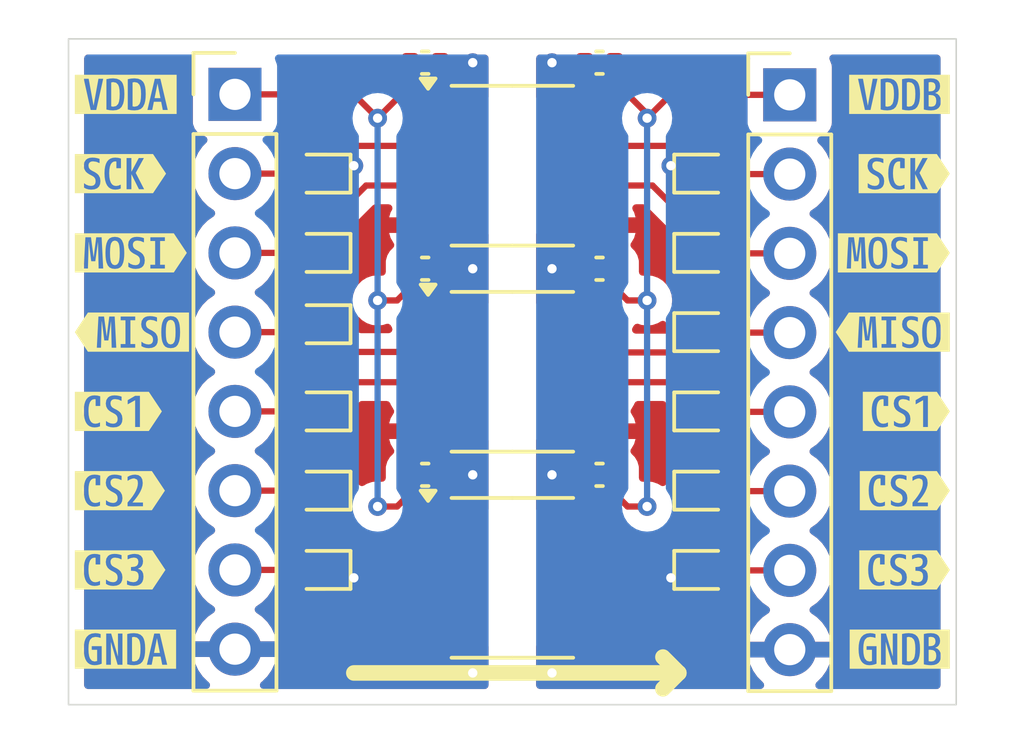
<source format=kicad_pcb>
(kicad_pcb (version 20240108) (generator "pcbnew") (generator_version "8.0")
  (layers (0 "F.Cu" signal) (31 "B.Cu" signal) (34 "B.Paste" user) (35 "F.Paste" user) (36 "B.SilkS" user "B.Silkscreen") (37 "F.SilkS" user "F.Silkscreen") (38 "B.Mask" user) (39 "F.Mask" user) (44 "Edge.Cuts" user))
  (net 0 "")
  (net 1 "VDD_{A}")
  (net 2 "GND_{A}")
  (net 3 "GND_{B}")
  (net 4 "VDD_{B}")
  (net 5 "SCK_{A}")
  (net 6 "MOSI_{A}")
  (net 7 "MISO_{A}")
  (net 8 "~{CS1_{A}}")
  (net 9 "~{CS2_{A}}")
  (net 10 "~{CS3_{A}}")
  (net 11 "SCK_{B}")
  (net 12 "MOSI_{B}")
  (net 13 "MISO_{B}")
  (net 14 "~{CS1_{B}}")
  (net 15 "~{CS2_{B}}")
  (net 16 "~{CS3_{B}}")
  (footprint "kibuzzard-673DCCD2" (layer "F.Cu") (at 79.378603 90.932)
    (property "Reference" "kibuzzard-673DCCD2" (hide yes))
    (property "Value" "G***" (hide yes))
  )
  (footprint "Package_SO:SOIC-8_3.9x4.9mm_P1.27mm" (layer "F.Cu") (at 91.948 84.582)
    (property "Reference" "U2" (hide yes))
    (property "Value" "CA-IS3722HS")
    (pad "1" smd roundrect (at -2.475 -1.905) (size 1.95 0.6) (layers "F.Cu" "F.Paste" "F.Mask") (net 1 "VDD_{A}"))
    (pad "2" smd roundrect (at -2.475 -0.635) (size 1.95 0.6) (layers "F.Cu" "F.Paste" "F.Mask") (net 7 "MISO_{A}"))
    (pad "3" smd roundrect (at -2.475 0.635) (size 1.95 0.6) (layers "F.Cu" "F.Paste" "F.Mask") (net 8 "~{CS1_{A}}"))
    (pad "4" smd roundrect (at -2.475 1.905) (size 1.95 0.6) (layers "F.Cu" "F.Paste" "F.Mask") (net 2 "GND_{A}"))
    (pad "5" smd roundrect (at 2.475 1.905) (size 1.95 0.6) (layers "F.Cu" "F.Paste" "F.Mask") (net 3 "GND_{B}"))
    (pad "6" smd roundrect (at 2.475 0.635) (size 1.95 0.6) (layers "F.Cu" "F.Paste" "F.Mask") (net 14 "~{CS1_{B}}"))
    (pad "7" smd roundrect (at 2.475 -0.635) (size 1.95 0.6) (layers "F.Cu" "F.Paste" "F.Mask") (net 13 "MISO_{B}"))
    (pad "8" smd roundrect (at 2.475 -1.905) (size 1.95 0.6) (layers "F.Cu" "F.Paste" "F.Mask") (net 4 "VDD_{B}"))
  )
  (footprint "Diode_SMD:D_SOD-882D" (layer "F.Cu") (at 85.852 90.932 180)
    (property "Reference" "D6" (hide yes))
    (property "Value" "H5VL10B")
    (pad "1" smd roundrect (at -0.4 0 180) (size 0.5 0.7) (layers "F.Cu" "F.Mask") (net 2 "GND_{A}"))
    (pad "2" smd roundrect (at 0.4 0 180) (size 0.5 0.7) (layers "F.Cu" "F.Mask") (net 10 "~{CS3_{A}}"))
  )
  (footprint "Capacitor_SMD:C_0402_1005Metric" (layer "F.Cu") (at 94.742 81.28 180)
    (property "Reference" "C4" (hide yes))
    (property "Value" "100n")
    (pad "1" smd roundrect (at -0.48 0 180) (size 0.56 0.62) (layers "F.Cu" "F.Paste" "F.Mask") (net 4 "VDD_{B}"))
    (pad "2" smd roundrect (at 0.48 0 180) (size 0.56 0.62) (layers "F.Cu" "F.Paste" "F.Mask") (net 3 "GND_{B}"))
  )
  (footprint "kibuzzard-673DCCC9" (layer "F.Cu") (at 104.525616 88.392)
    (property "Reference" "kibuzzard-673DCCC9" (hide yes))
    (property "Value" "G***" (hide yes))
  )
  (footprint "Diode_SMD:D_SOD-882D" (layer "F.Cu") (at 98.044 90.932)
    (property "Reference" "D12" (hide yes))
    (property "Value" "H5VL10B")
    (pad "1" smd roundrect (at -0.4 0) (size 0.5 0.7) (layers "F.Cu" "F.Mask") (net 3 "GND_{B}"))
    (pad "2" smd roundrect (at 0.4 0) (size 0.5 0.7) (layers "F.Cu" "F.Mask") (net 16 "~{CS3_{B}}"))
  )
  (footprint "kibuzzard-673DCC85" (layer "F.Cu") (at 104.507123 78.232)
    (property "Reference" "kibuzzard-673DCC85" (hide yes))
    (property "Value" "G***" (hide yes))
  )
  (footprint "kibuzzard-673DCCC9" (layer "F.Cu") (at 79.370384 88.392)
    (property "Reference" "kibuzzard-673DCCC9" (hide yes))
    (property "Value" "G***" (hide yes))
  )
  (footprint "Connector_PinHeader_2.54mm:PinHeader_1x08_P2.54mm_Vertical" (layer "F.Cu") (at 100.838 75.707)
    (property "Reference" "J2" (hide yes))
    (property "Value" "Conn_01x06_Socket")
    (pad "1" thru_hole rect (at 0 0) (size 1.7 1.7) (drill 1) (layers "*.Cu" "*.Mask") (net 4 "VDD_{B}"))
    (pad "2" thru_hole oval (at 0 2.54) (size 1.7 1.7) (drill 1) (layers "*.Cu" "*.Mask") (net 11 "SCK_{B}"))
    (pad "3" thru_hole oval (at 0 5.08) (size 1.7 1.7) (drill 1) (layers "*.Cu" "*.Mask") (net 12 "MOSI_{B}"))
    (pad "4" thru_hole oval (at 0 7.62) (size 1.7 1.7) (drill 1) (layers "*.Cu" "*.Mask") (net 13 "MISO_{B}"))
    (pad "5" thru_hole oval (at 0 10.16) (size 1.7 1.7) (drill 1) (layers "*.Cu" "*.Mask") (net 14 "~{CS1_{B}}"))
    (pad "6" thru_hole oval (at 0 12.7) (size 1.7 1.7) (drill 1) (layers "*.Cu" "*.Mask") (net 15 "~{CS2_{B}}"))
    (pad "7" thru_hole oval (at 0 15.24) (size 1.7 1.7) (drill 1) (layers "*.Cu" "*.Mask") (net 16 "~{CS3_{B}}"))
    (pad "8" thru_hole oval (at 0 17.78) (size 1.7 1.7) (drill 1) (layers "*.Cu" "*.Mask") (net 3 "GND_{B}"))
  )
  (footprint "Diode_SMD:D_SOD-882D" (layer "F.Cu") (at 85.852 88.392 180)
    (property "Reference" "D5" (hide yes))
    (property "Value" "H5VL10B")
    (pad "1" smd roundrect (at -0.4 0 180) (size 0.5 0.7) (layers "F.Cu" "F.Mask") (net 2 "GND_{A}"))
    (pad "2" smd roundrect (at 0.4 0 180) (size 0.5 0.7) (layers "F.Cu" "F.Mask") (net 9 "~{CS2_{A}}"))
  )
  (footprint "Diode_SMD:D_SOD-882D" (layer "F.Cu") (at 98.044 80.772)
    (property "Reference" "D8" (hide yes))
    (property "Value" "H5VL10B")
    (pad "1" smd roundrect (at -0.4 0) (size 0.5 0.7) (layers "F.Cu" "F.Mask") (net 3 "GND_{B}"))
    (pad "2" smd roundrect (at 0.4 0) (size 0.5 0.7) (layers "F.Cu" "F.Mask") (net 12 "MOSI_{B}"))
  )
  (footprint "Diode_SMD:D_SOD-882D" (layer "F.Cu") (at 85.852 83.058 180)
    (property "Reference" "D3" (hide yes))
    (property "Value" "H5VL10B")
    (pad "1" smd roundrect (at -0.4 0 180) (size 0.5 0.7) (layers "F.Cu" "F.Mask") (net 2 "GND_{A}"))
    (pad "2" smd roundrect (at 0.4 0 180) (size 0.5 0.7) (layers "F.Cu" "F.Mask") (net 7 "MISO_{A}"))
  )
  (footprint "Diode_SMD:D_SOD-882D" (layer "F.Cu") (at 98.044 85.852)
    (property "Reference" "D10" (hide yes))
    (property "Value" "H5VL10B")
    (pad "1" smd roundrect (at -0.4 0) (size 0.5 0.7) (layers "F.Cu" "F.Mask") (net 3 "GND_{B}"))
    (pad "2" smd roundrect (at 0.4 0) (size 0.5 0.7) (layers "F.Cu" "F.Mask") (net 14 "~{CS1_{B}}"))
  )
  (footprint "kibuzzard-673DCC9C" (layer "F.Cu") (at 79.756 83.312)
    (property "Reference" "kibuzzard-673DCC9C" (hide yes))
    (property "Value" "G***" (hide yes))
  )
  (footprint "kibuzzard-673DCCFF" (layer "F.Cu") (at 104.354764 75.692)
    (property "Reference" "kibuzzard-673DCCFF" (hide yes))
    (property "Value" "G***" (hide yes))
  )
  (footprint "Diode_SMD:D_SOD-882D" (layer "F.Cu") (at 98.044 88.392)
    (property "Reference" "D11" (hide yes))
    (property "Value" "H5VL10B")
    (pad "1" smd roundrect (at -0.4 0) (size 0.5 0.7) (layers "F.Cu" "F.Mask") (net 3 "GND_{B}"))
    (pad "2" smd roundrect (at 0.4 0) (size 0.5 0.7) (layers "F.Cu" "F.Mask") (net 15 "~{CS2_{B}}"))
  )
  (footprint "Diode_SMD:D_SOD-882D" (layer "F.Cu") (at 85.852 80.772 180)
    (property "Reference" "D2" (hide yes))
    (property "Value" "H5VL10B")
    (pad "1" smd roundrect (at -0.4 0 180) (size 0.5 0.7) (layers "F.Cu" "F.Mask") (net 2 "GND_{A}"))
    (pad "2" smd roundrect (at 0.4 0 180) (size 0.5 0.7) (layers "F.Cu" "F.Mask") (net 6 "MOSI_{A}"))
  )
  (footprint "Package_SO:SOIC-8_3.9x4.9mm_P1.27mm" (layer "F.Cu") (at 91.948 77.978)
    (property "Reference" "U1" (hide yes))
    (property "Value" "CA-IS3720HS")
    (pad "1" smd roundrect (at -2.475 -1.905) (size 1.95 0.6) (layers "F.Cu" "F.Paste" "F.Mask") (net 1 "VDD_{A}"))
    (pad "2" smd roundrect (at -2.475 -0.635) (size 1.95 0.6) (layers "F.Cu" "F.Paste" "F.Mask") (net 5 "SCK_{A}"))
    (pad "3" smd roundrect (at -2.475 0.635) (size 1.95 0.6) (layers "F.Cu" "F.Paste" "F.Mask") (net 6 "MOSI_{A}"))
    (pad "4" smd roundrect (at -2.475 1.905) (size 1.95 0.6) (layers "F.Cu" "F.Paste" "F.Mask") (net 2 "GND_{A}"))
    (pad "5" smd roundrect (at 2.475 1.905) (size 1.95 0.6) (layers "F.Cu" "F.Paste" "F.Mask") (net 3 "GND_{B}"))
    (pad "6" smd roundrect (at 2.475 0.635) (size 1.95 0.6) (layers "F.Cu" "F.Paste" "F.Mask") (net 12 "MOSI_{B}"))
    (pad "7" smd roundrect (at 2.475 -0.635) (size 1.95 0.6) (layers "F.Cu" "F.Paste" "F.Mask") (net 11 "SCK_{B}"))
    (pad "8" smd roundrect (at 2.475 -1.905) (size 1.95 0.6) (layers "F.Cu" "F.Paste" "F.Mask") (net 4 "VDD_{B}"))
  )
  (footprint "kibuzzard-673DCCE0" (layer "F.Cu") (at 79.55836 75.692)
    (property "Reference" "kibuzzard-673DCCE0" (hide yes))
    (property "Value" "G***" (hide yes))
  )
  (footprint "Capacitor_SMD:C_0402_1005Metric" (layer "F.Cu") (at 89.154 74.676)
    (property "Reference" "C1" (hide yes))
    (property "Value" "100n")
    (pad "1" smd roundrect (at -0.48 0) (size 0.56 0.62) (layers "F.Cu" "F.Paste" "F.Mask") (net 1 "VDD_{A}"))
    (pad "2" smd roundrect (at 0.48 0) (size 0.56 0.62) (layers "F.Cu" "F.Paste" "F.Mask") (net 2 "GND_{A}"))
  )
  (footprint "kibuzzard-673DCC8F" (layer "F.Cu") (at 104.174246 80.772)
    (property "Reference" "kibuzzard-673DCC8F" (hide yes))
    (property "Value" "G***" (hide yes))
  )
  (footprint "Diode_SMD:D_SOD-882D" (layer "F.Cu") (at 85.852 85.852 180)
    (property "Reference" "D4" (hide yes))
    (property "Value" "H5VL10B")
    (pad "1" smd roundrect (at -0.4 0 180) (size 0.5 0.7) (layers "F.Cu" "F.Mask") (net 2 "GND_{A}"))
    (pad "2" smd roundrect (at 0.4 0 180) (size 0.5 0.7) (layers "F.Cu" "F.Mask") (net 8 "~{CS1_{A}}"))
  )
  (footprint "kibuzzard-673DCC85" (layer "F.Cu") (at 79.388877 78.232)
    (property "Reference" "kibuzzard-673DCC85" (hide yes))
    (property "Value" "G***" (hide yes))
  )
  (footprint "Capacitor_SMD:C_0402_1005Metric" (layer "F.Cu") (at 94.742 87.884 180)
    (property "Reference" "C6" (hide yes))
    (property "Value" "100n")
    (pad "1" smd roundrect (at -0.48 0 180) (size 0.56 0.62) (layers "F.Cu" "F.Paste" "F.Mask") (net 4 "VDD_{B}"))
    (pad "2" smd roundrect (at 0.48 0 180) (size 0.56 0.62) (layers "F.Cu" "F.Paste" "F.Mask") (net 3 "GND_{B}"))
  )
  (footprint "kibuzzard-673DCC9C" (layer "F.Cu") (at 104.14 83.312)
    (property "Reference" "kibuzzard-673DCC9C" (hide yes))
    (property "Value" "G***" (hide yes))
  )
  (footprint "kibuzzard-673DCCC0" (layer "F.Cu") (at 79.321754 85.852)
    (property "Reference" "kibuzzard-673DCCC0" (hide yes))
    (property "Value" "G***" (hide yes))
  )
  (footprint "Package_SO:SOIC-8_3.9x4.9mm_P1.27mm" (layer "F.Cu") (at 91.948 91.186)
    (property "Reference" "U3" (hide yes))
    (property "Value" "CA-IS3720HS")
    (pad "1" smd roundrect (at -2.475 -1.905) (size 1.95 0.6) (layers "F.Cu" "F.Paste" "F.Mask") (net 1 "VDD_{A}"))
    (pad "2" smd roundrect (at -2.475 -0.635) (size 1.95 0.6) (layers "F.Cu" "F.Paste" "F.Mask") (net 9 "~{CS2_{A}}"))
    (pad "3" smd roundrect (at -2.475 0.635) (size 1.95 0.6) (layers "F.Cu" "F.Paste" "F.Mask") (net 10 "~{CS3_{A}}"))
    (pad "4" smd roundrect (at -2.475 1.905) (size 1.95 0.6) (layers "F.Cu" "F.Paste" "F.Mask") (net 2 "GND_{A}"))
    (pad "5" smd roundrect (at 2.475 1.905) (size 1.95 0.6) (layers "F.Cu" "F.Paste" "F.Mask") (net 3 "GND_{B}"))
    (pad "6" smd roundrect (at 2.475 0.635) (size 1.95 0.6) (layers "F.Cu" "F.Paste" "F.Mask") (net 16 "~{CS3_{B}}"))
    (pad "7" smd roundrect (at 2.475 -0.635) (size 1.95 0.6) (layers "F.Cu" "F.Paste" "F.Mask") (net 15 "~{CS2_{B}}"))
    (pad "8" smd roundrect (at 2.475 -1.905) (size 1.95 0.6) (layers "F.Cu" "F.Paste" "F.Mask") (net 4 "VDD_{B}"))
  )
  (footprint "Diode_SMD:D_SOD-882D" (layer "F.Cu") (at 98.044 83.312)
    (property "Reference" "D9" (hide yes))
    (property "Value" "H5VL10B")
    (pad "1" smd roundrect (at -0.4 0) (size 0.5 0.7) (layers "F.Cu" "F.Mask") (net 3 "GND_{B}"))
    (pad "2" smd roundrect (at 0.4 0) (size 0.5 0.7) (layers "F.Cu" "F.Mask") (net 13 "MISO_{B}"))
  )
  (footprint "kibuzzard-673DCCC0" (layer "F.Cu") (at 104.574246 85.852)
    (property "Reference" "kibuzzard-673DCCC0" (hide yes))
    (property "Value" "G***" (hide yes))
  )
  (footprint "kibuzzard-673DCCEB" (layer "F.Cu") (at 79.549455 93.472)
    (property "Reference" "kibuzzard-673DCCEB" (hide yes))
    (property "Value" "G***" (hide yes))
  )
  (footprint "Diode_SMD:D_SOD-882D" (layer "F.Cu") (at 85.852 78.232 180)
    (property "Reference" "D1" (hide yes))
    (property "Value" "H5VL10B")
    (pad "1" smd roundrect (at -0.4 0 180) (size 0.5 0.7) (layers "F.Cu" "F.Mask") (net 2 "GND_{A}"))
    (pad "2" smd roundrect (at 0.4 0 180) (size 0.5 0.7) (layers "F.Cu" "F.Mask") (net 5 "SCK_{A}"))
  )
  (footprint "Capacitor_SMD:C_0402_1005Metric" (layer "F.Cu") (at 89.154 87.884)
    (property "Reference" "C5" (hide yes))
    (property "Value" "100n")
    (pad "1" smd roundrect (at -0.48 0) (size 0.56 0.62) (layers "F.Cu" "F.Paste" "F.Mask") (net 1 "VDD_{A}"))
    (pad "2" smd roundrect (at 0.48 0) (size 0.56 0.62) (layers "F.Cu" "F.Paste" "F.Mask") (net 2 "GND_{A}"))
  )
  (footprint "kibuzzard-673DCCD2" (layer "F.Cu") (at 104.517397 90.932)
    (property "Reference" "kibuzzard-673DCCD2" (hide yes))
    (property "Value" "G***" (hide yes))
  )
  (footprint "kibuzzard-673DCD04" (layer "F.Cu") (at 104.363668 93.472)
    (property "Reference" "kibuzzard-673DCD04" (hide yes))
    (property "Value" "G***" (hide yes))
  )
  (footprint "Capacitor_SMD:C_0402_1005Metric" (layer "F.Cu") (at 89.154 81.28)
    (property "Reference" "C3" (hide yes))
    (property "Value" "100n")
    (pad "1" smd roundrect (at -0.48 0) (size 0.56 0.62) (layers "F.Cu" "F.Paste" "F.Mask") (net 1 "VDD_{A}"))
    (pad "2" smd roundrect (at 0.48 0) (size 0.56 0.62) (layers "F.Cu" "F.Paste" "F.Mask") (net 2 "GND_{A}"))
  )
  (footprint "Capacitor_SMD:C_0402_1005Metric" (layer "F.Cu") (at 94.742 74.676 180)
    (property "Reference" "C2" (hide yes))
    (property "Value" "100n")
    (pad "1" smd roundrect (at -0.48 0 180) (size 0.56 0.62) (layers "F.Cu" "F.Paste" "F.Mask") (net 4 "VDD_{B}"))
    (pad "2" smd roundrect (at 0.48 0 180) (size 0.56 0.62) (layers "F.Cu" "F.Paste" "F.Mask") (net 3 "GND_{B}"))
  )
  (footprint "Connector_PinHeader_2.54mm:PinHeader_1x08_P2.54mm_Vertical" (layer "F.Cu") (at 83.058 75.692)
    (property "Reference" "J1" (hide yes))
    (property "Value" "Conn_01x06_Socket")
    (pad "1" thru_hole rect (at 0 0) (size 1.7 1.7) (drill 1) (layers "*.Cu" "*.Mask") (net 1 "VDD_{A}"))
    (pad "2" thru_hole oval (at 0 2.54) (size 1.7 1.7) (drill 1) (layers "*.Cu" "*.Mask") (net 5 "SCK_{A}"))
    (pad "3" thru_hole oval (at 0 5.08) (size 1.7 1.7) (drill 1) (layers "*.Cu" "*.Mask") (net 6 "MOSI_{A}"))
    (pad "4" thru_hole oval (at 0 7.62) (size 1.7 1.7) (drill 1) (layers "*.Cu" "*.Mask") (net 7 "MISO_{A}"))
    (pad "5" thru_hole oval (at 0 10.16) (size 1.7 1.7) (drill 1) (layers "*.Cu" "*.Mask") (net 8 "~{CS1_{A}}"))
    (pad "6" thru_hole oval (at 0 12.7) (size 1.7 1.7) (drill 1) (layers "*.Cu" "*.Mask") (net 9 "~{CS2_{A}}"))
    (pad "7" thru_hole oval (at 0 15.24) (size 1.7 1.7) (drill 1) (layers "*.Cu" "*.Mask") (net 10 "~{CS3_{A}}"))
    (pad "8" thru_hole oval (at 0 17.78) (size 1.7 1.7) (drill 1) (layers "*.Cu" "*.Mask") (net 2 "GND_{A}"))
  )
  (footprint "kibuzzard-673DCC8F" (layer "F.Cu") (at 79.721754 80.772)
    (property "Reference" "kibuzzard-673DCC8F" (hide yes))
    (property "Value" "G***" (hide yes))
  )
  (footprint "Diode_SMD:D_SOD-882D" (layer "F.Cu") (at 98.044 78.232)
    (property "Reference" "D7" (hide yes))
    (property "Value" "H5VL10B")
    (pad "1" smd roundrect (at -0.4 0) (size 0.5 0.7) (layers "F.Cu" "F.Mask") (net 3 "GND_{B}"))
    (pad "2" smd roundrect (at 0.4 0) (size 0.5 0.7) (layers "F.Cu" "F.Mask") (net 11 "SCK_{B}"))
  )
  (gr_line (start 86.868 94.234) (end 97.282 94.234) (stroke (width 0.5)) (layer "F.SilkS"))
  (gr_line (start 96.774 93.726) (end 97.282 94.234) (stroke (width 0.5)) (layer "F.SilkS"))
  (gr_line (start 96.774 94.742) (end 97.282 94.234) (stroke (width 0.5)) (layer "F.SilkS"))
  (gr_rect (start 77.724 73.914) (end 106.172 95.25) (stroke (width 0.05)) (fill none) (layer "Edge.Cuts"))
  (segment (start 83.058 75.692) (end 86.868 75.692) (width 0.2) (layer "F.Cu") (net 1))
  (segment (start 88.742 75.342) (end 89.473 76.073) (width 0.2) (layer "F.Cu") (net 1))
  (segment (start 88.674 88.482) (end 89.473 89.281) (width 0.2) (layer "F.Cu") (net 1))
  (segment (start 88.674 87.884) (end 88.674 88.482) (width 0.2) (layer "F.Cu") (net 1))
  (segment (start 86.868 75.692) (end 87.63 76.454) (width 0.2) (layer "F.Cu") (net 1))
  (segment (start 88.674 81.878) (end 89.473 82.677) (width 0.2) (layer "F.Cu") (net 1))
  (segment (start 88.674 74.676) (end 88.674 75.274) (width 0.2) (layer "F.Cu") (net 1))
  (segment (start 87.63 88.9) (end 88.256 88.9) (width 0.2) (layer "F.Cu") (net 1))
  (segment (start 88.674 81.28) (end 88.674 81.878) (width 0.2) (layer "F.Cu") (net 1))
  (segment (start 88.256 88.9) (end 88.674 88.482) (width 0.2) (layer "F.Cu") (net 1))
  (segment (start 87.63 76.454) (end 88.742 75.342) (width 0.2) (layer "F.Cu") (net 1))
  (segment (start 88.256 82.296) (end 88.674 81.878) (width 0.2) (layer "F.Cu") (net 1))
  (segment (start 87.63 82.296) (end 88.256 82.296) (width 0.2) (layer "F.Cu") (net 1))
  (segment (start 88.674 75.274) (end 88.742 75.342) (width 0.2) (layer "F.Cu") (net 1))
  (via (at 87.63 88.9) (size 0.6) (drill 0.3) (layers "F.Cu" "B.Cu") (net 1))
  (via (at 87.63 82.296) (size 0.6) (drill 0.3) (layers "F.Cu" "B.Cu") (net 1))
  (via (at 87.63 76.454) (size 0.6) (drill 0.3) (layers "F.Cu" "B.Cu") (net 1))
  (segment (start 87.63 82.296) (end 87.63 88.9) (width 0.2) (layer "B.Cu") (net 1))
  (segment (start 87.63 76.454) (end 87.63 82.296) (width 0.2) (layer "B.Cu") (net 1))
  (segment (start 86.868 77.978) (end 86.506 77.978) (width 0.2) (layer "F.Cu") (net 2))
  (segment (start 86.506 77.978) (end 86.252 78.232) (width 0.2) (layer "F.Cu") (net 2))
  (segment (start 86.506 91.186) (end 86.252 90.932) (width 0.2) (layer "F.Cu") (net 2))
  (segment (start 86.868 91.186) (end 86.506 91.186) (width 0.2) (layer "F.Cu") (net 2))
  (via (at 90.678 94.234) (size 0.6) (drill 0.3) (layers "F.Cu" "B.Cu") (net 2))
  (via (at 86.868 77.978) (size 0.6) (drill 0.3) (layers "F.Cu" "B.Cu") (net 2))
  (via (at 90.678 74.676) (size 0.6) (drill 0.3) (layers "F.Cu" "B.Cu") (net 2))
  (via (at 90.678 87.884) (size 0.6) (drill 0.3) (layers "F.Cu" "B.Cu") (net 2))
  (via (at 86.868 91.186) (size 0.6) (drill 0.3) (layers "F.Cu" "B.Cu") (net 2))
  (via (at 90.678 81.28) (size 0.6) (drill 0.3) (layers "F.Cu" "B.Cu") (net 2))
  (segment (start 97.028 91.186) (end 97.39 91.186) (width 0.2) (layer "F.Cu") (net 3))
  (segment (start 97.028 77.978) (end 97.39 77.978) (width 0.2) (layer "F.Cu") (net 3))
  (segment (start 97.39 91.186) (end 97.644 90.932) (width 0.2) (layer "F.Cu") (net 3))
  (segment (start 97.39 77.978) (end 97.644 78.232) (width 0.2) (layer "F.Cu") (net 3))
  (via (at 93.218 81.28) (size 0.6) (drill 0.3) (layers "F.Cu" "B.Cu") (net 3))
  (via (at 93.218 87.884) (size 0.6) (drill 0.3) (layers "F.Cu" "B.Cu") (net 3))
  (via (at 93.218 94.234) (size 0.6) (drill 0.3) (layers "F.Cu" "B.Cu") (net 3))
  (via (at 97.028 77.978) (size 0.6) (drill 0.3) (layers "F.Cu" "B.Cu") (net 3))
  (via (at 93.218 74.676) (size 0.6) (drill 0.3) (layers "F.Cu" "B.Cu") (net 3))
  (via (at 97.028 91.186) (size 0.6) (drill 0.3) (layers "F.Cu" "B.Cu") (net 3))
  (segment (start 96.266 82.296) (end 95.64 82.296) (width 0.2) (layer "F.Cu") (net 4))
  (segment (start 96.266 88.9) (end 95.64 88.9) (width 0.2) (layer "F.Cu") (net 4))
  (segment (start 97.013 75.707) (end 96.266 76.454) (width 0.2) (layer "F.Cu") (net 4))
  (segment (start 95.222 87.884) (end 95.222 88.482) (width 0.2) (layer "F.Cu") (net 4))
  (segment (start 95.222 81.878) (end 94.423 82.677) (width 0.2) (layer "F.Cu") (net 4))
  (segment (start 95.222 75.274) (end 94.423 76.073) (width 0.2) (layer "F.Cu") (net 4))
  (segment (start 95.64 88.9) (end 95.222 88.482) (width 0.2) (layer "F.Cu") (net 4))
  (segment (start 95.222 81.28) (end 95.222 81.878) (width 0.2) (layer "F.Cu") (net 4))
  (segment (start 95.222 88.482) (end 94.423 89.281) (width 0.2) (layer "F.Cu") (net 4))
  (segment (start 96.266 76.318) (end 96.266 76.454) (width 0.2) (layer "F.Cu") (net 4))
  (segment (start 95.64 82.296) (end 95.222 81.878) (width 0.2) (layer "F.Cu") (net 4))
  (segment (start 95.222 74.676) (end 95.222 75.274) (width 0.2) (layer "F.Cu") (net 4))
  (segment (start 95.222 75.274) (end 96.266 76.318) (width 0.2) (layer "F.Cu") (net 4))
  (segment (start 100.838 75.707) (end 97.013 75.707) (width 0.2) (layer "F.Cu") (net 4))
  (via (at 96.266 82.296) (size 0.6) (drill 0.3) (layers "F.Cu" "B.Cu") (net 4))
  (via (at 96.266 76.454) (size 0.6) (drill 0.3) (layers "F.Cu" "B.Cu") (net 4))
  (via (at 96.266 88.9) (size 0.6) (drill 0.3) (layers "F.Cu" "B.Cu") (net 4))
  (segment (start 96.266 82.296) (end 96.266 88.9) (width 0.2) (layer "B.Cu") (net 4))
  (segment (start 96.266 76.454) (end 96.266 82.296) (width 0.2) (layer "B.Cu") (net 4))
  (segment (start 83.058 78.232) (end 85.452 78.232) (width 0.2) (layer "F.Cu") (net 5))
  (segment (start 85.452 77.882001) (end 85.991001 77.343) (width 0.2) (layer "F.Cu") (net 5))
  (segment (start 85.991001 77.343) (end 89.473 77.343) (width 0.2) (layer "F.Cu") (net 5))
  (segment (start 85.452 78.232) (end 85.452 77.882001) (width 0.2) (layer "F.Cu") (net 5))
  (segment (start 85.452 80.772) (end 85.452 80.422001) (width 0.2) (layer "F.Cu") (net 6))
  (segment (start 85.452 80.422001) (end 87.261001 78.613) (width 0.2) (layer "F.Cu") (net 6))
  (segment (start 83.058 80.772) (end 85.452 80.772) (width 0.2) (layer "F.Cu") (net 6))
  (segment (start 87.261001 78.613) (end 89.473 78.613) (width 0.2) (layer "F.Cu") (net 6))
  (segment (start 85.452 83.058) (end 85.452 83.407999) (width 0.2) (layer "F.Cu") (net 7))
  (segment (start 85.198 83.312) (end 85.452 83.058) (width 0.2) (layer "F.Cu") (net 7))
  (segment (start 85.452 83.407999) (end 85.991001 83.947) (width 0.2) (layer "F.Cu") (net 7))
  (segment (start 83.058 83.312) (end 85.198 83.312) (width 0.2) (layer "F.Cu") (net 7))
  (segment (start 85.991001 83.947) (end 89.473 83.947) (width 0.2) (layer "F.Cu") (net 7))
  (segment (start 85.452 85.502001) (end 85.452 85.852) (width 0.2) (layer "F.Cu") (net 8))
  (segment (start 89.473 85.217) (end 89.173001 84.917001) (width 0.2) (layer "F.Cu") (net 8))
  (segment (start 89.173001 84.917001) (end 86.037 84.917001) (width 0.2) (layer "F.Cu") (net 8))
  (segment (start 86.037 84.917001) (end 85.452 85.502001) (width 0.2) (layer "F.Cu") (net 8))
  (segment (start 83.058 85.852) (end 85.452 85.852) (width 0.2) (layer "F.Cu") (net 8))
  (segment (start 85.09 88.392) (end 87.249 90.551) (width 0.2) (layer "F.Cu") (net 9))
  (segment (start 87.249 90.551) (end 89.473 90.551) (width 0.2) (layer "F.Cu") (net 9))
  (segment (start 85.09 88.392) (end 85.452 88.392) (width 0.2) (layer "F.Cu") (net 9))
  (segment (start 83.058 88.392) (end 85.09 88.392) (width 0.2) (layer "F.Cu") (net 9))
  (segment (start 85.991001 91.821) (end 89.473 91.821) (width 0.2) (layer "F.Cu") (net 10))
  (segment (start 85.452 91.281999) (end 85.991001 91.821) (width 0.2) (layer "F.Cu") (net 10))
  (segment (start 83.058 90.932) (end 85.452 90.932) (width 0.2) (layer "F.Cu") (net 10))
  (segment (start 85.452 90.932) (end 85.452 91.281999) (width 0.2) (layer "F.Cu") (net 10))
  (segment (start 100.838 78.247) (end 98.459 78.247) (width 0.2) (layer "F.Cu") (net 11))
  (segment (start 98.444 78.077494) (end 97.709506 77.343) (width 0.2) (layer "F.Cu") (net 11))
  (segment (start 98.459 78.247) (end 98.444 78.232) (width 0.2) (layer "F.Cu") (net 11))
  (segment (start 98.444 78.232) (end 98.444 78.077494) (width 0.2) (layer "F.Cu") (net 11))
  (segment (start 97.709506 77.343) (end 94.423 77.343) (width 0.2) (layer "F.Cu") (net 11))
  (segment (start 100.838 80.787) (end 98.459 80.787) (width 0.2) (layer "F.Cu") (net 12))
  (segment (start 98.444 80.617494) (end 96.439506 78.613) (width 0.2) (layer "F.Cu") (net 12))
  (segment (start 98.444 80.772) (end 98.444 80.617494) (width 0.2) (layer "F.Cu") (net 12))
  (segment (start 98.459 80.787) (end 98.444 80.772) (width 0.2) (layer "F.Cu") (net 12))
  (segment (start 96.439506 78.613) (end 94.423 78.613) (width 0.2) (layer "F.Cu") (net 12))
  (segment (start 98.143999 83.962) (end 94.438 83.962) (width 0.2) (layer "F.Cu") (net 13))
  (segment (start 94.438 83.962) (end 94.423 83.947) (width 0.2) (layer "F.Cu") (net 13))
  (segment (start 98.444 83.661999) (end 98.143999 83.962) (width 0.2) (layer "F.Cu") (net 13))
  (segment (start 98.444 83.312) (end 98.444 83.661999) (width 0.2) (layer "F.Cu") (net 13))
  (segment (start 100.838 83.327) (end 98.459 83.327) (width 0.2) (layer "F.Cu") (net 13))
  (segment (start 98.459 83.327) (end 98.444 83.312) (width 0.2) (layer "F.Cu") (net 13))
  (segment (start 100.838 85.867) (end 98.459 85.867) (width 0.2) (layer "F.Cu") (net 14))
  (segment (start 97.858999 84.917) (end 98.444 85.502001) (width 0.2) (layer "F.Cu") (net 14))
  (segment (start 94.723 84.917) (end 97.858999 84.917) (width 0.2) (layer "F.Cu") (net 14))
  (segment (start 98.444 85.502001) (end 98.444 85.852) (width 0.2) (layer "F.Cu") (net 14))
  (segment (start 98.459 85.867) (end 98.444 85.852) (width 0.2) (layer "F.Cu") (net 14))
  (segment (start 94.423 85.217) (end 94.723 84.917) (width 0.2) (layer "F.Cu") (net 14))
  (segment (start 100.838 88.407) (end 98.459 88.407) (width 0.2) (layer "F.Cu") (net 15))
  (segment (start 98.444 88.392) (end 98.444 88.741999) (width 0.2) (layer "F.Cu") (net 15))
  (segment (start 98.459 88.407) (end 98.444 88.392) (width 0.2) (layer "F.Cu") (net 15))
  (segment (start 96.634999 90.551) (end 94.423 90.551) (width 0.2) (layer "F.Cu") (net 15))
  (segment (start 98.444 88.741999) (end 96.634999 90.551) (width 0.2) (layer "F.Cu") (net 15))
  (segment (start 98.444 90.932) (end 98.444 91.281999) (width 0.2) (layer "F.Cu") (net 16))
  (segment (start 100.838 90.947) (end 98.459 90.947) (width 0.2) (layer "F.Cu") (net 16))
  (segment (start 98.459 90.947) (end 98.444 90.932) (width 0.2) (layer "F.Cu") (net 16))
  (segment (start 98.444 91.281999) (end 97.904999 91.821) (width 0.2) (layer "F.Cu") (net 16))
  (segment (start 97.904999 91.821) (end 94.423 91.821) (width 0.2) (layer "F.Cu") (net 16))
  (zone (net 3) (net_name "GND_{B}") (layers "F&B.Cu") (priority 1) (connect_pads (clearance 0.5)) (min_thickness 0.25) (fill yes (thermal_gap 0.5) (thermal_bridge_width 0.5))
    (polygon (pts (xy 106.172 73.914) (xy 92.71 73.914) (xy 92.71 95.25) (xy 106.172 95.25)))
  )
  (zone (net 2) (net_name "GND_{A}") (layers "F&B.Cu") (connect_pads (clearance 0.5)) (min_thickness 0.25) (fill yes (thermal_gap 0.5) (thermal_bridge_width 0.5))
    (polygon (pts (xy 77.724 73.914) (xy 91.186 73.914) (xy 91.186 95.25) (xy 77.724 95.25)))
  )
)
</source>
